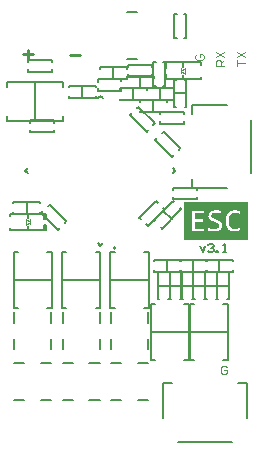
<source format=gto>
G04*
G04 #@! TF.GenerationSoftware,Altium Limited,Altium Designer,25.0.2 (28)*
G04*
G04 Layer_Color=65535*
%FSLAX44Y44*%
%MOMM*%
G71*
G04*
G04 #@! TF.SameCoordinates,503A90CA-BBE8-423F-B6A3-9968D9645D90*
G04*
G04*
G04 #@! TF.FilePolarity,Positive*
G04*
G01*
G75*
%ADD10C,0.2000*%
%ADD11C,0.1500*%
%ADD12C,0.1000*%
%ADD13C,0.1270*%
%ADD14C,0.1200*%
%ADD15C,0.2540*%
G36*
X204000Y178000D02*
X150147D01*
Y209750D01*
X204000D01*
Y178000D01*
D02*
G37*
%LPC*%
G36*
X177717Y202833D02*
X177295D01*
X176674Y202810D01*
X176119Y202766D01*
X175608Y202699D01*
X175186Y202633D01*
X174986Y202588D01*
X174831Y202544D01*
X174676Y202500D01*
X174565Y202477D01*
X174476Y202455D01*
X174409Y202433D01*
X174365Y202411D01*
X174343D01*
X173899Y202233D01*
X173499Y202056D01*
X173144Y201878D01*
X172855Y201700D01*
X172611Y201567D01*
X172456Y201434D01*
X172345Y201345D01*
X172300Y201323D01*
X172034Y201057D01*
X171790Y200790D01*
X171590Y200546D01*
X171435Y200302D01*
X171301Y200080D01*
X171213Y199924D01*
X171168Y199813D01*
X171146Y199769D01*
X171035Y199436D01*
X170946Y199125D01*
X170880Y198837D01*
X170835Y198570D01*
X170813Y198348D01*
X170791Y198171D01*
Y198060D01*
Y198015D01*
X170813Y197638D01*
X170857Y197305D01*
X170902Y197016D01*
X170991Y196750D01*
X171057Y196528D01*
X171102Y196373D01*
X171146Y196284D01*
X171168Y196239D01*
X171324Y195973D01*
X171501Y195729D01*
X171679Y195507D01*
X171834Y195329D01*
X171990Y195174D01*
X172101Y195040D01*
X172189Y194974D01*
X172212Y194952D01*
X172722Y194574D01*
X172966Y194397D01*
X173188Y194263D01*
X173388Y194130D01*
X173543Y194042D01*
X173632Y193997D01*
X173677Y193975D01*
X174276Y193686D01*
X174565Y193553D01*
X174809Y193442D01*
X175031Y193353D01*
X175208Y193287D01*
X175297Y193242D01*
X175342Y193220D01*
X175963Y192976D01*
X176230Y192865D01*
X176496Y192754D01*
X176696Y192687D01*
X176873Y192621D01*
X176962Y192576D01*
X177007Y192554D01*
X177295Y192421D01*
X177584Y192310D01*
X177828Y192177D01*
X178050Y192066D01*
X178228Y191977D01*
X178361Y191888D01*
X178450Y191844D01*
X178472Y191821D01*
X178694Y191666D01*
X178916Y191533D01*
X179093Y191378D01*
X179227Y191244D01*
X179360Y191111D01*
X179449Y191022D01*
X179493Y190956D01*
X179515Y190934D01*
X179648Y190734D01*
X179737Y190534D01*
X179826Y190334D01*
X179870Y190157D01*
X179893Y189979D01*
X179915Y189846D01*
Y189757D01*
Y189735D01*
Y189491D01*
X179870Y189291D01*
X179848Y189091D01*
X179804Y188913D01*
X179759Y188780D01*
X179715Y188669D01*
X179693Y188603D01*
X179671Y188580D01*
X179560Y188403D01*
X179449Y188225D01*
X179315Y188092D01*
X179204Y187959D01*
X179093Y187848D01*
X179005Y187781D01*
X178938Y187737D01*
X178916Y187715D01*
X178716Y187581D01*
X178494Y187493D01*
X178272Y187382D01*
X178050Y187315D01*
X177873Y187248D01*
X177717Y187226D01*
X177628Y187182D01*
X177584D01*
X177273Y187115D01*
X176940Y187071D01*
X176629Y187049D01*
X176318Y187026D01*
X176052Y187004D01*
X175075D01*
X174543Y187026D01*
X174054Y187071D01*
X173632Y187115D01*
X173299Y187137D01*
X173144Y187160D01*
X173033Y187182D01*
X172944D01*
X172878Y187204D01*
X172811D01*
X172367Y187293D01*
X171945Y187382D01*
X171546Y187493D01*
X171235Y187581D01*
X170946Y187670D01*
X170746Y187737D01*
X170613Y187781D01*
X170591Y187803D01*
X170569D01*
Y185517D01*
X170924Y185428D01*
X171235Y185339D01*
X171368Y185317D01*
X171479Y185295D01*
X171546Y185273D01*
X171568D01*
X171990Y185206D01*
X172189Y185184D01*
X172367Y185162D01*
X172545Y185140D01*
X172656D01*
X172744Y185117D01*
X172767D01*
X173255Y185051D01*
X173477Y185028D01*
X173677D01*
X173854Y185006D01*
X173988Y184984D01*
X174098D01*
X174609Y184940D01*
X174831D01*
X175053Y184918D01*
X175475D01*
X176030Y184940D01*
X176563Y184962D01*
X177029Y185006D01*
X177451Y185073D01*
X177784Y185117D01*
X177939Y185140D01*
X178050Y185162D01*
X178139Y185184D01*
X178206D01*
X178250Y185206D01*
X178272D01*
X178738Y185339D01*
X179160Y185495D01*
X179537Y185628D01*
X179848Y185783D01*
X180115Y185916D01*
X180314Y186027D01*
X180425Y186116D01*
X180470Y186138D01*
X180803Y186383D01*
X181069Y186649D01*
X181313Y186893D01*
X181513Y187160D01*
X181691Y187359D01*
X181802Y187537D01*
X181868Y187648D01*
X181891Y187692D01*
X182068Y188048D01*
X182179Y188425D01*
X182268Y188780D01*
X182335Y189135D01*
X182379Y189424D01*
X182401Y189668D01*
Y189868D01*
X182379Y190245D01*
X182335Y190601D01*
X182268Y190889D01*
X182201Y191155D01*
X182135Y191378D01*
X182068Y191533D01*
X182024Y191622D01*
X182002Y191666D01*
X181846Y191933D01*
X181669Y192199D01*
X181491Y192421D01*
X181336Y192598D01*
X181180Y192754D01*
X181069Y192887D01*
X180980Y192954D01*
X180958Y192976D01*
X180448Y193375D01*
X180203Y193553D01*
X179981Y193686D01*
X179782Y193820D01*
X179626Y193908D01*
X179537Y193953D01*
X179493Y193975D01*
X178894Y194263D01*
X178605Y194397D01*
X178361Y194508D01*
X178139Y194597D01*
X177983Y194663D01*
X177873Y194708D01*
X177828Y194730D01*
X177206Y194974D01*
X176940Y195107D01*
X176674Y195196D01*
X176474Y195285D01*
X176296Y195351D01*
X176208Y195373D01*
X176163Y195396D01*
X175875Y195529D01*
X175586Y195662D01*
X175342Y195773D01*
X175120Y195884D01*
X174942Y195995D01*
X174809Y196062D01*
X174720Y196106D01*
X174698Y196128D01*
X174476Y196284D01*
X174254Y196439D01*
X174076Y196595D01*
X173943Y196728D01*
X173810Y196861D01*
X173721Y196950D01*
X173677Y197016D01*
X173654Y197038D01*
X173521Y197238D01*
X173433Y197438D01*
X173366Y197660D01*
X173321Y197838D01*
X173299Y198015D01*
X173277Y198148D01*
Y198237D01*
Y198259D01*
X173299Y198459D01*
X173321Y198659D01*
X173433Y199014D01*
X173588Y199325D01*
X173766Y199591D01*
X173921Y199813D01*
X174076Y199947D01*
X174187Y200058D01*
X174232Y200080D01*
X174431Y200191D01*
X174631Y200302D01*
X175098Y200479D01*
X175608Y200590D01*
X176096Y200679D01*
X176541Y200724D01*
X176718Y200746D01*
X176896Y200768D01*
X177229D01*
X177961Y200746D01*
X178294Y200724D01*
X178605Y200701D01*
X178849Y200657D01*
X179049Y200635D01*
X179182Y200613D01*
X179227D01*
X179604Y200546D01*
X179981Y200479D01*
X180337Y200413D01*
X180647Y200324D01*
X180914Y200280D01*
X181114Y200213D01*
X181247Y200191D01*
X181269Y200169D01*
X181291D01*
Y202300D01*
X180958Y202366D01*
X180647Y202433D01*
X180514Y202455D01*
X180403D01*
X180337Y202477D01*
X180314D01*
X179937Y202544D01*
X179759Y202588D01*
X179604Y202610D01*
X179471Y202633D01*
X179360D01*
X179293Y202655D01*
X179271D01*
X178894Y202722D01*
X178716Y202744D01*
X178561Y202766D01*
X178428D01*
X178316Y202788D01*
X178228D01*
X177873Y202810D01*
X177717Y202833D01*
D02*
G37*
G36*
X193545Y202810D02*
X193101D01*
X192458Y202788D01*
X191858Y202722D01*
X191303Y202610D01*
X190837Y202500D01*
X190615Y202433D01*
X190437Y202366D01*
X190282Y202322D01*
X190127Y202278D01*
X190038Y202233D01*
X189949Y202189D01*
X189905Y202167D01*
X189882D01*
X189372Y201900D01*
X188883Y201612D01*
X188462Y201301D01*
X188106Y201012D01*
X187818Y200746D01*
X187596Y200524D01*
X187529Y200435D01*
X187463Y200368D01*
X187440Y200346D01*
X187418Y200324D01*
X187063Y199858D01*
X186752Y199392D01*
X186486Y198903D01*
X186264Y198459D01*
X186086Y198060D01*
X186020Y197882D01*
X185975Y197749D01*
X185931Y197616D01*
X185886Y197527D01*
X185864Y197482D01*
Y197460D01*
X185687Y196816D01*
X185553Y196150D01*
X185465Y195529D01*
X185398Y194930D01*
X185376Y194663D01*
X185354Y194419D01*
Y194197D01*
X185331Y194019D01*
Y193664D01*
X185354Y192887D01*
X185420Y192155D01*
X185509Y191466D01*
X185642Y190823D01*
X185798Y190245D01*
X185953Y189713D01*
X186131Y189224D01*
X186331Y188780D01*
X186508Y188403D01*
X186686Y188070D01*
X186841Y187781D01*
X186996Y187559D01*
X187130Y187382D01*
X187218Y187248D01*
X187285Y187160D01*
X187307Y187137D01*
X187707Y186760D01*
X188129Y186405D01*
X188573Y186116D01*
X189017Y185872D01*
X189505Y185650D01*
X189971Y185473D01*
X190437Y185339D01*
X190881Y185206D01*
X191303Y185117D01*
X191703Y185051D01*
X192058Y185006D01*
X192369Y184984D01*
X192613Y184962D01*
X192813Y184940D01*
X192968D01*
X193812Y184984D01*
X194611Y185073D01*
X195366Y185206D01*
X195699Y185295D01*
X196032Y185384D01*
X196320Y185450D01*
X196587Y185539D01*
X196809Y185606D01*
X197008Y185672D01*
X197164Y185717D01*
X197275Y185761D01*
X197341Y185805D01*
X197364D01*
Y188048D01*
X196653Y187737D01*
X196320Y187604D01*
X196010Y187515D01*
X195765Y187426D01*
X195565Y187359D01*
X195432Y187337D01*
X195410Y187315D01*
X195388D01*
X195011Y187226D01*
X194611Y187182D01*
X194256Y187137D01*
X193923Y187093D01*
X193656D01*
X193434Y187071D01*
X193235D01*
X192746Y187093D01*
X192302Y187137D01*
X191880Y187226D01*
X191503Y187337D01*
X191126Y187470D01*
X190793Y187604D01*
X190504Y187759D01*
X190238Y187937D01*
X189993Y188092D01*
X189794Y188247D01*
X189616Y188381D01*
X189483Y188514D01*
X189372Y188625D01*
X189283Y188714D01*
X189239Y188758D01*
X189216Y188780D01*
X188972Y189113D01*
X188773Y189491D01*
X188595Y189890D01*
X188440Y190312D01*
X188306Y190734D01*
X188195Y191155D01*
X188040Y191977D01*
X187973Y192376D01*
X187929Y192732D01*
X187907Y193043D01*
X187885Y193331D01*
X187862Y193553D01*
Y193731D01*
Y193842D01*
Y193886D01*
X187885Y194485D01*
X187929Y195018D01*
X187973Y195507D01*
X188040Y195928D01*
X188106Y196262D01*
X188129Y196417D01*
X188173Y196528D01*
X188195Y196617D01*
Y196683D01*
X188218Y196728D01*
Y196750D01*
X188373Y197216D01*
X188550Y197616D01*
X188728Y197971D01*
X188883Y198282D01*
X189039Y198548D01*
X189172Y198726D01*
X189261Y198837D01*
X189283Y198881D01*
X189550Y199192D01*
X189838Y199458D01*
X190127Y199702D01*
X190393Y199902D01*
X190615Y200035D01*
X190815Y200146D01*
X190926Y200213D01*
X190970Y200235D01*
X191348Y200391D01*
X191747Y200502D01*
X192102Y200590D01*
X192458Y200635D01*
X192746Y200679D01*
X192990Y200701D01*
X193190D01*
X193634Y200679D01*
X194034Y200657D01*
X194411Y200613D01*
X194744Y200568D01*
X195011Y200502D01*
X195210Y200457D01*
X195344Y200435D01*
X195388Y200413D01*
X195765Y200302D01*
X196120Y200191D01*
X196453Y200058D01*
X196764Y199924D01*
X197008Y199813D01*
X197208Y199725D01*
X197319Y199658D01*
X197364Y199636D01*
Y201967D01*
X196631Y202233D01*
X196298Y202344D01*
X195987Y202433D01*
X195721Y202500D01*
X195521Y202544D01*
X195388Y202588D01*
X195344D01*
X194567Y202722D01*
X194189Y202766D01*
X193834Y202788D01*
X193545Y202810D01*
D02*
G37*
G36*
X166684Y202588D02*
X156783D01*
Y185162D01*
X166684D01*
Y187182D01*
X159158D01*
Y193198D01*
X166373D01*
Y195196D01*
X159158D01*
Y200590D01*
X166684D01*
Y202588D01*
D02*
G37*
%LPD*%
D10*
X92445Y170855D02*
G03*
X92445Y170855I-1000J0D01*
G01*
D02*
G03*
X92445Y170855I-1000J0D01*
G01*
X102000Y331000D02*
X110000D01*
X102000Y371000D02*
X110000D01*
X132680Y56130D02*
X140300D01*
X132680Y26920D02*
Y56130D01*
X145140Y6600D02*
X190620D01*
X203320Y26920D02*
Y56130D01*
X195700D02*
X203320D01*
X156870Y284700D02*
Y292320D01*
X186080D01*
X206400Y234140D02*
Y279620D01*
X156870Y221680D02*
X186080D01*
X156870D02*
Y229300D01*
D11*
X77600Y311000D02*
G03*
X77600Y311000I-600J0D01*
G01*
X141920Y302000D02*
X152080D01*
X141920Y290570D02*
X143190D01*
X141920D02*
Y313430D01*
X143190D01*
X150810D02*
X152080D01*
Y290570D02*
Y313430D01*
X150810Y290570D02*
X152080D01*
X130000Y295920D02*
Y306080D01*
X141430Y295920D02*
Y297190D01*
X118570Y295920D02*
X141430D01*
X118570D02*
Y297190D01*
Y304810D02*
Y306080D01*
X141430D01*
Y304810D02*
Y306080D01*
X124000Y328000D02*
X126000D01*
X124000Y308000D02*
Y328000D01*
Y308000D02*
X126000D01*
X132000D02*
X134000D01*
Y328000D01*
X132000D02*
X134000D01*
X150000Y349000D02*
X152000D01*
Y369000D01*
X150000D02*
X152000D01*
X142000D02*
X144000D01*
X142000Y349000D02*
Y369000D01*
Y349000D02*
X144000D01*
X107000Y295920D02*
Y306080D01*
X118430Y295920D02*
Y297190D01*
X95570Y295920D02*
X118430D01*
X95570D02*
Y297190D01*
Y304810D02*
Y306080D01*
X118430D01*
Y304810D02*
Y306080D01*
X113000Y305920D02*
Y316080D01*
X101570Y314810D02*
Y316080D01*
X124430D01*
Y314810D02*
Y316080D01*
Y305920D02*
Y307190D01*
X101570Y305920D02*
X124430D01*
X101570D02*
Y307190D01*
X28430Y208810D02*
Y210080D01*
X5570D02*
X28430D01*
X5570Y208810D02*
Y210080D01*
Y199920D02*
Y201190D01*
Y199920D02*
X28430D01*
Y201190D01*
X17000Y199920D02*
Y210080D01*
X18000Y196500D02*
Y200000D01*
Y186000D02*
Y189500D01*
X31970Y195540D02*
X33240D01*
Y200000D01*
X31970D02*
X33240D01*
X31970Y190460D02*
X33240D01*
Y186000D02*
Y190460D01*
X31970Y186000D02*
X33240D01*
X2760Y198080D02*
Y200000D01*
X33000D01*
X31970Y195540D02*
Y200000D01*
Y186000D02*
Y190460D01*
X2760Y186000D02*
X33000D01*
X2760D02*
Y187920D01*
X149000Y314000D02*
Y317500D01*
Y324500D02*
Y328000D01*
X133760Y318460D02*
X135030D01*
X133760Y314000D02*
Y318460D01*
Y314000D02*
X135030D01*
X133760Y323540D02*
X135030D01*
X133760D02*
Y328000D01*
X135030D01*
X164240Y314000D02*
Y315920D01*
X134000Y314000D02*
X164240D01*
X135030D02*
Y318460D01*
Y323540D02*
Y328000D01*
X134000D02*
X164240D01*
Y326080D02*
Y328000D01*
X18000D02*
Y330000D01*
X38000D01*
Y328000D02*
Y330000D01*
Y320000D02*
Y322000D01*
X18000Y320000D02*
X38000D01*
X18000D02*
Y322000D01*
X150000Y284000D02*
Y286000D01*
X130000D02*
X150000D01*
X130000Y284000D02*
Y286000D01*
Y276000D02*
Y278000D01*
Y276000D02*
X150000D01*
Y278000D01*
X135430Y294810D02*
Y296080D01*
X112570D02*
X135430D01*
X112570Y294810D02*
Y296080D01*
Y285920D02*
Y287190D01*
Y285920D02*
X135430D01*
Y287190D01*
X124000Y285920D02*
Y296080D01*
X118536Y269393D02*
X119950Y270808D01*
X104393Y283535D02*
X118536Y269393D01*
X104393Y283535D02*
X105808Y284950D01*
X110050Y289192D02*
X111465Y290607D01*
X125607Y276464D01*
X124192Y275050D02*
X125607Y276464D01*
X112393Y196465D02*
X113808Y195050D01*
X112393Y196465D02*
X126536Y210607D01*
X127950Y209192D01*
X132192Y204950D02*
X133607Y203535D01*
X119465Y189393D02*
X133607Y203535D01*
X118050Y190808D02*
X119465Y189393D01*
X103000Y316000D02*
Y318000D01*
Y316000D02*
X123000D01*
Y318000D01*
Y324000D02*
Y326000D01*
X103000D02*
X123000D01*
X103000Y324000D02*
Y326000D01*
X77000Y304000D02*
Y306000D01*
Y304000D02*
X97000D01*
Y306000D01*
Y312000D02*
Y314000D01*
X77000D02*
X97000D01*
X77000Y312000D02*
Y314000D01*
X24000Y278750D02*
Y311250D01*
X47750Y307500D02*
Y311250D01*
X250D02*
X47750D01*
X250Y307500D02*
Y311250D01*
Y278750D02*
Y282500D01*
Y278750D02*
X47750D01*
Y282500D01*
X52570Y297920D02*
Y299190D01*
Y297920D02*
X75430D01*
Y299190D01*
Y306810D02*
Y308080D01*
X52570D02*
X75430D01*
X52570Y306810D02*
Y308080D01*
X64000Y297920D02*
Y308080D01*
X101430Y322810D02*
Y324080D01*
X78570D02*
X101430D01*
X78570Y322810D02*
Y324080D01*
Y313920D02*
Y315190D01*
Y313920D02*
X101430D01*
Y315190D01*
X90000Y313920D02*
Y324080D01*
X154750Y100000D02*
X187250D01*
X183500Y76250D02*
X187250D01*
Y123750D01*
X183500D02*
X187250D01*
X154750D02*
X158500D01*
X154750Y76250D02*
Y123750D01*
Y76250D02*
X158500D01*
X5750Y144000D02*
X38250D01*
X5750Y167750D02*
X9500D01*
X5750Y120250D02*
Y167750D01*
Y120250D02*
X9500D01*
X34500D02*
X38250D01*
Y167750D01*
X34500D02*
X38250D01*
X121750Y100000D02*
X154250D01*
X150500Y76250D02*
X154250D01*
Y123750D01*
X150500D02*
X154250D01*
X121750D02*
X125500D01*
X121750Y76250D02*
Y123750D01*
Y76250D02*
X125500D01*
X87750Y144000D02*
X120250D01*
X87750Y167750D02*
X91500D01*
X87750Y120250D02*
Y167750D01*
Y120250D02*
X91500D01*
X116500D02*
X120250D01*
Y167750D01*
X116500D02*
X120250D01*
X46750Y144000D02*
X79250D01*
X46750Y167750D02*
X50500D01*
X46750Y120250D02*
Y167750D01*
Y120250D02*
X50500D01*
X75500D02*
X79250D01*
Y167750D01*
X75500D02*
X79250D01*
X137920Y139000D02*
X148080D01*
X146810Y150430D02*
X148080D01*
Y127570D02*
Y150430D01*
X146810Y127570D02*
X148080D01*
X137920D02*
X139190D01*
X137920D02*
Y150430D01*
X139190D01*
X136000Y150920D02*
Y161080D01*
X124570Y159810D02*
Y161080D01*
X147430D01*
Y159810D02*
Y161080D01*
Y150920D02*
Y152190D01*
X124570Y150920D02*
X147430D01*
X124570D02*
Y152190D01*
X140490Y210674D02*
X141388Y209776D01*
X124326Y194510D02*
X140490Y210674D01*
X124326Y194510D02*
X125224Y193612D01*
X130612Y188224D02*
X131510Y187326D01*
X147674Y203490D01*
X146776Y204388D02*
X147674Y203490D01*
X132408Y202592D02*
X139592Y195408D01*
X141000Y212000D02*
Y214000D01*
Y212000D02*
X161000Y212000D01*
Y214000D01*
Y220000D02*
Y222000D01*
X141000Y222000D02*
X161000Y222000D01*
X141000Y220000D02*
Y222000D01*
X29149Y200412D02*
X30563Y201827D01*
X29149Y200412D02*
X43291Y186270D01*
X44705Y187684D01*
X48948Y191927D02*
X50362Y193341D01*
X36220Y207484D02*
X50362Y193341D01*
X34806Y206069D02*
X36220Y207484D01*
X20000Y269000D02*
Y271000D01*
Y269000D02*
X40000Y269000D01*
Y271000D01*
Y277000D02*
Y279000D01*
X20000Y279000D02*
X40000Y279000D01*
X20000Y277000D02*
Y279000D01*
X125669Y262284D02*
X127084Y263699D01*
X125669Y262284D02*
X139811Y248142D01*
X141226Y249556D01*
X145468Y253799D02*
X146882Y255213D01*
X132740Y269355D02*
X146882Y255213D01*
X131326Y267941D02*
X132740Y269355D01*
X157920Y150430D02*
X159190D01*
X157920Y127570D02*
Y150430D01*
Y127570D02*
X159190D01*
X166810D02*
X168080D01*
Y150430D01*
X166810D02*
X168080D01*
X157920Y139000D02*
X168080D01*
X146570Y150920D02*
Y152190D01*
Y150920D02*
X169430D01*
Y152190D01*
Y159810D02*
Y161080D01*
X146570D02*
X169430D01*
X146570Y159810D02*
Y161080D01*
X158000Y150920D02*
Y161080D01*
X177920Y150430D02*
X179190D01*
X177920Y127570D02*
Y150430D01*
Y127570D02*
X179190D01*
X186810D02*
X188080D01*
Y150430D01*
X186810D02*
X188080D01*
X177920Y139000D02*
X188080D01*
X191430Y159810D02*
Y161080D01*
X168570D02*
X191430D01*
X168570Y159810D02*
Y161080D01*
Y150920D02*
Y152190D01*
Y150920D02*
X191430D01*
Y152190D01*
X180000Y150920D02*
Y161080D01*
X136810Y127570D02*
X138080D01*
Y150430D01*
X136810D02*
X138080D01*
X127920D02*
X129190D01*
X127920Y127570D02*
Y150430D01*
Y127570D02*
X129190D01*
X127920Y139000D02*
X138080D01*
X156810Y127570D02*
X158080D01*
Y150430D01*
X156810D02*
X158080D01*
X147920D02*
X149190D01*
X147920Y127570D02*
Y150430D01*
Y127570D02*
X149190D01*
X147920Y139000D02*
X158080D01*
X176810Y127570D02*
X178080D01*
Y150430D01*
X176810D02*
X178080D01*
X167920D02*
X169190D01*
X167920Y127570D02*
Y150430D01*
Y127570D02*
X169190D01*
X167920Y139000D02*
X178080D01*
X163500Y172165D02*
X165833Y167500D01*
X168165Y172165D01*
X170498Y173331D02*
X171664Y174498D01*
X173997D01*
X175163Y173331D01*
Y172165D01*
X173997Y170999D01*
X172830D01*
X173997D01*
X175163Y169833D01*
Y168666D01*
X173997Y167500D01*
X171664D01*
X170498Y168666D01*
X177495Y167500D02*
Y168666D01*
X178662D01*
Y167500D01*
X177495D01*
X183327D02*
X185660D01*
X184493D01*
Y174498D01*
X183327Y173331D01*
D12*
X16250Y190500D02*
X19750Y193000D01*
X16250Y190500D02*
Y193000D01*
X19750Y190750D02*
Y193000D01*
Y195250D01*
X16250Y193000D02*
Y195500D01*
X19750Y193000D01*
X147250Y321000D02*
X150750Y323500D01*
Y321000D02*
Y323500D01*
X147250Y321000D02*
Y323250D01*
Y318750D02*
Y321000D01*
X150750Y318500D02*
Y321000D01*
X147250D02*
X150750Y318500D01*
D13*
X79106Y172588D02*
X81228Y174709D01*
X140625Y234106D02*
X142746Y236227D01*
X15467D02*
X17588Y238349D01*
X76985Y297746D02*
X79106Y299867D01*
X76985Y174709D02*
X79106Y172588D01*
X140625Y238349D02*
X142746Y236227D01*
X15467D02*
X17588Y234106D01*
X79106Y299867D02*
X81228Y297746D01*
X6250Y84950D02*
Y93700D01*
Y107700D02*
Y116450D01*
X37750Y107700D02*
Y116450D01*
Y84950D02*
Y93700D01*
X70000Y73750D02*
X78750D01*
X47250D02*
X56000D01*
X47250Y42250D02*
X56000D01*
X70000D02*
X78750D01*
X29000Y73750D02*
X37750D01*
X6250D02*
X15000D01*
X6250Y42250D02*
X15000D01*
X29000D02*
X37750D01*
X78750Y84950D02*
Y93700D01*
Y107700D02*
Y116450D01*
X47250Y107700D02*
Y116450D01*
Y84950D02*
Y93700D01*
X119750Y84950D02*
Y93700D01*
Y107700D02*
Y116450D01*
X88250Y107700D02*
Y116450D01*
Y84950D02*
Y93700D01*
X111000Y73750D02*
X119750D01*
X88250D02*
X97000D01*
X88250Y42250D02*
X97000D01*
X111000D02*
X119750D01*
D14*
X186253Y69719D02*
X185086Y70885D01*
X182754D01*
X181588Y69719D01*
Y65054D01*
X182754Y63888D01*
X185086D01*
X186253Y65054D01*
Y67386D01*
X183920D01*
X194802Y325200D02*
Y329865D01*
Y327533D01*
X201800D01*
X194802Y332198D02*
X201800Y336863D01*
X194802D02*
X201800Y332198D01*
X183800Y325200D02*
X176802D01*
Y328699D01*
X177969Y329865D01*
X180301D01*
X181467Y328699D01*
Y325200D01*
Y327533D02*
X183800Y329865D01*
X176802Y332198D02*
X183800Y336863D01*
X176802D02*
X183800Y332198D01*
X160968Y334865D02*
X159802Y333699D01*
Y331366D01*
X160968Y330200D01*
X165634D01*
X166800Y331366D01*
Y333699D01*
X165634Y334865D01*
X163301D01*
Y332533D01*
D15*
X53540Y334540D02*
X61871D01*
X13540Y334705D02*
X21871D01*
X17705Y338871D02*
Y330540D01*
M02*

</source>
